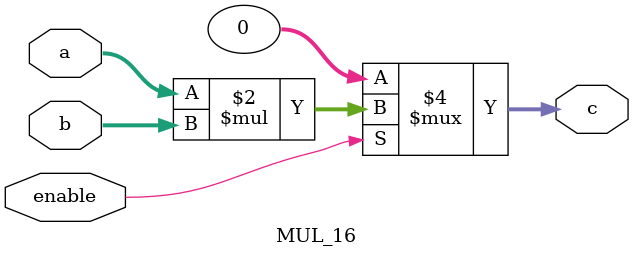
<source format=v>
`timescale 1ns / 1ps

module MUL_16(enable,a,b,c);
input enable;
input signed [15:0]a,b;
output reg signed [31:0] c;
always @(*)
if(enable)
    c=a*b;
else
    c=0;
endmodule


</source>
